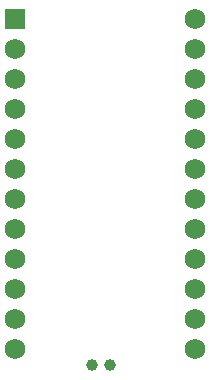
<source format=gbr>
%TF.GenerationSoftware,KiCad,Pcbnew,(6.0.7-1)-1*%
%TF.CreationDate,2022-10-23T13:43:15-07:00*%
%TF.ProjectId,card,63617264-2e6b-4696-9361-645f70636258,v1.0.0*%
%TF.SameCoordinates,Original*%
%TF.FileFunction,Legend,Bot*%
%TF.FilePolarity,Positive*%
%FSLAX46Y46*%
G04 Gerber Fmt 4.6, Leading zero omitted, Abs format (unit mm)*
G04 Created by KiCad (PCBNEW (6.0.7-1)-1) date 2022-10-23 13:43:15*
%MOMM*%
%LPD*%
G01*
G04 APERTURE LIST*
%ADD10C,1.000000*%
%ADD11R,1.752600X1.752600*%
%ADD12C,1.752600*%
G04 APERTURE END LIST*
D10*
%TO.C,*%
X107450000Y9000000D03*
X108950000Y9000000D03*
%TD*%
D11*
%TO.C,MCU1*%
X100980000Y38270000D03*
D12*
X100980000Y35730000D03*
X100980000Y33190000D03*
X100980000Y30650000D03*
X100980000Y28110000D03*
X100980000Y25570000D03*
X100980000Y23030000D03*
X100980000Y20490000D03*
X100980000Y17950000D03*
X100980000Y15410000D03*
X100980000Y12870000D03*
X100980000Y10330000D03*
X116220000Y38270000D03*
X116220000Y35730000D03*
X116220000Y33190000D03*
X116220000Y30650000D03*
X116220000Y28110000D03*
X116220000Y25570000D03*
X116220000Y23030000D03*
X116220000Y20490000D03*
X116220000Y17950000D03*
X116220000Y15410000D03*
X116220000Y12870000D03*
X116220000Y10330000D03*
%TD*%
M02*

</source>
